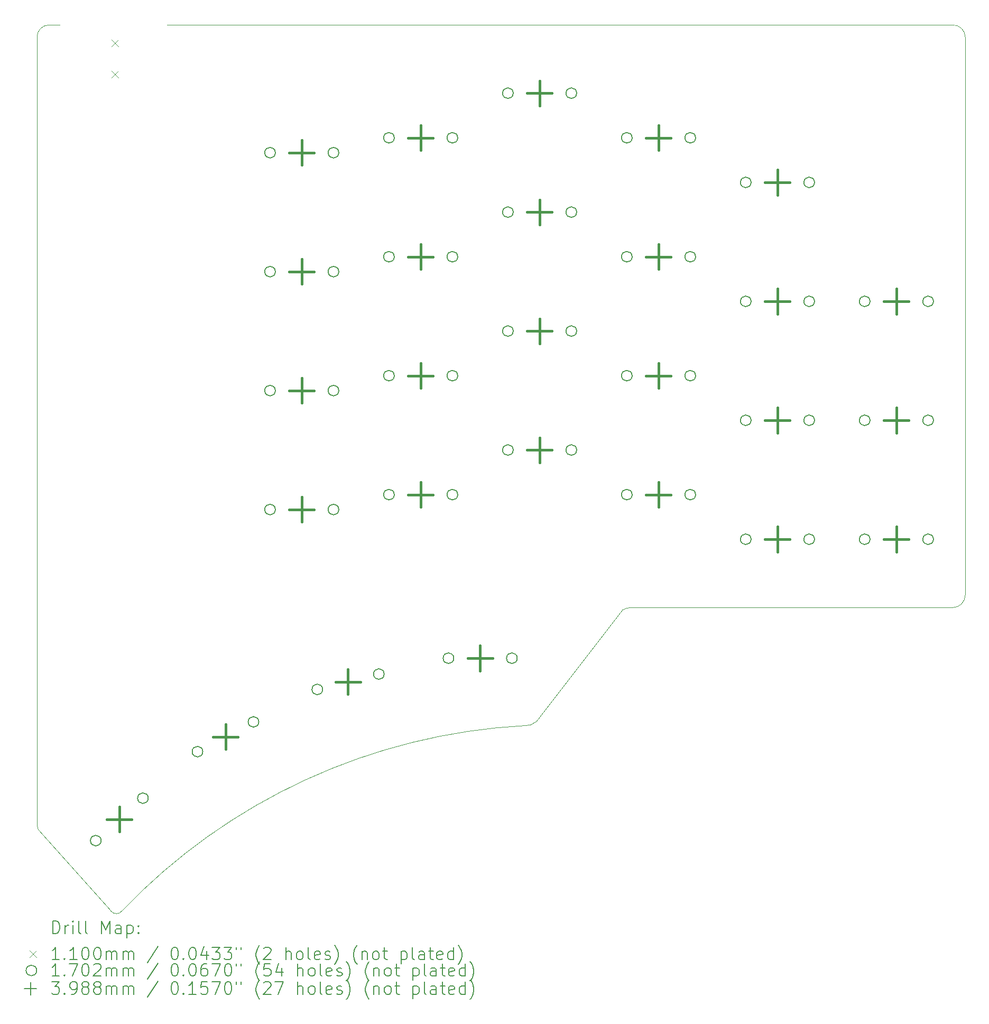
<source format=gbr>
%FSLAX45Y45*%
G04 Gerber Fmt 4.5, Leading zero omitted, Abs format (unit mm)*
G04 Created by KiCad (PCBNEW (6.0.5)) date 2022-10-04 21:40:48*
%MOMM*%
%LPD*%
G01*
G04 APERTURE LIST*
%TA.AperFunction,Profile*%
%ADD10C,0.100000*%
%TD*%
%ADD11C,0.200000*%
%ADD12C,0.110000*%
%ADD13C,0.170180*%
%ADD14C,0.398780*%
G04 APERTURE END LIST*
D10*
X-6146000Y-7200000D02*
G75*
G03*
X-6123000Y-7274000I176352J14238D01*
G01*
X8723000Y-3511000D02*
X8723000Y5418000D01*
X-5780000Y5620000D02*
X-5958000Y5617500D01*
X3372000Y-3714000D02*
G75*
G03*
X3231000Y-3754000I-7830J-240910D01*
G01*
X8523000Y-3713999D02*
G75*
G03*
X8723000Y-3511000I-2210J202200D01*
G01*
X-5958000Y5617500D02*
G75*
G03*
X-6146000Y5417000I6952J-194908D01*
G01*
X8523000Y5617000D02*
X-4060000Y5620000D01*
X-4962000Y-8575000D02*
X-6123000Y-7274000D01*
X3372000Y-3714000D02*
X8523000Y-3714000D01*
X-4962000Y-8575000D02*
G75*
G03*
X-4783000Y-8570000I87582J71176D01*
G01*
X1674000Y-5604000D02*
G75*
G03*
X-4783000Y-8570000I507601J-9616516D01*
G01*
X1847000Y-5543000D02*
X3231000Y-3754000D01*
X-6146000Y5417000D02*
X-6146000Y-7200000D01*
X8723000Y5418000D02*
G75*
G03*
X8523000Y5617000I-197610J1400D01*
G01*
X1674000Y-5603996D02*
G75*
G03*
X1847000Y-5543000I15170J232806D01*
G01*
D11*
D12*
X-4950000Y5385000D02*
X-4840000Y5275000D01*
X-4840000Y5385000D02*
X-4950000Y5275000D01*
X-4950000Y4885000D02*
X-4840000Y4775000D01*
X-4840000Y4885000D02*
X-4950000Y4775000D01*
D13*
X-5119428Y-7445918D02*
G75*
G03*
X-5119428Y-7445918I-85090J0D01*
G01*
X-4364392Y-6766082D02*
G75*
G03*
X-4364392Y-6766082I-85090J0D01*
G01*
X-3490567Y-6021122D02*
G75*
G03*
X-3490567Y-6021122I-85090J0D01*
G01*
X-2593493Y-5544138D02*
G75*
G03*
X-2593493Y-5544138I-85090J0D01*
G01*
X-2327910Y3571880D02*
G75*
G03*
X-2327910Y3571880I-85090J0D01*
G01*
X-2327910Y1666880D02*
G75*
G03*
X-2327910Y1666880I-85090J0D01*
G01*
X-2327910Y-238130D02*
G75*
G03*
X-2327910Y-238130I-85090J0D01*
G01*
X-2327910Y-2143130D02*
G75*
G03*
X-2327910Y-2143130I-85090J0D01*
G01*
X-1570940Y-5024526D02*
G75*
G03*
X-1570940Y-5024526I-85090J0D01*
G01*
X-1311910Y3571880D02*
G75*
G03*
X-1311910Y3571880I-85090J0D01*
G01*
X-1311910Y1666880D02*
G75*
G03*
X-1311910Y1666880I-85090J0D01*
G01*
X-1311910Y-238130D02*
G75*
G03*
X-1311910Y-238130I-85090J0D01*
G01*
X-1311910Y-2143130D02*
G75*
G03*
X-1311910Y-2143130I-85090J0D01*
G01*
X-585120Y-4778734D02*
G75*
G03*
X-585120Y-4778734I-85090J0D01*
G01*
X-422910Y3810000D02*
G75*
G03*
X-422910Y3810000I-85090J0D01*
G01*
X-422910Y1905000D02*
G75*
G03*
X-422910Y1905000I-85090J0D01*
G01*
X-422910Y0D02*
G75*
G03*
X-422910Y0I-85090J0D01*
G01*
X-422910Y-1905000D02*
G75*
G03*
X-422910Y-1905000I-85090J0D01*
G01*
X529590Y-4524380D02*
G75*
G03*
X529590Y-4524380I-85090J0D01*
G01*
X593090Y3810000D02*
G75*
G03*
X593090Y3810000I-85090J0D01*
G01*
X593090Y1905000D02*
G75*
G03*
X593090Y1905000I-85090J0D01*
G01*
X593090Y0D02*
G75*
G03*
X593090Y0I-85090J0D01*
G01*
X593090Y-1905000D02*
G75*
G03*
X593090Y-1905000I-85090J0D01*
G01*
X1482090Y4524380D02*
G75*
G03*
X1482090Y4524380I-85090J0D01*
G01*
X1482090Y2619380D02*
G75*
G03*
X1482090Y2619380I-85090J0D01*
G01*
X1482090Y714380D02*
G75*
G03*
X1482090Y714380I-85090J0D01*
G01*
X1482090Y-1190630D02*
G75*
G03*
X1482090Y-1190630I-85090J0D01*
G01*
X1545590Y-4524380D02*
G75*
G03*
X1545590Y-4524380I-85090J0D01*
G01*
X2498090Y4524380D02*
G75*
G03*
X2498090Y4524380I-85090J0D01*
G01*
X2498090Y2619380D02*
G75*
G03*
X2498090Y2619380I-85090J0D01*
G01*
X2498090Y714380D02*
G75*
G03*
X2498090Y714380I-85090J0D01*
G01*
X2498090Y-1190630D02*
G75*
G03*
X2498090Y-1190630I-85090J0D01*
G01*
X3387090Y3810000D02*
G75*
G03*
X3387090Y3810000I-85090J0D01*
G01*
X3387090Y1905000D02*
G75*
G03*
X3387090Y1905000I-85090J0D01*
G01*
X3387090Y0D02*
G75*
G03*
X3387090Y0I-85090J0D01*
G01*
X3387090Y-1905000D02*
G75*
G03*
X3387090Y-1905000I-85090J0D01*
G01*
X4403090Y3810000D02*
G75*
G03*
X4403090Y3810000I-85090J0D01*
G01*
X4403090Y1905000D02*
G75*
G03*
X4403090Y1905000I-85090J0D01*
G01*
X4403090Y0D02*
G75*
G03*
X4403090Y0I-85090J0D01*
G01*
X4403090Y-1905000D02*
G75*
G03*
X4403090Y-1905000I-85090J0D01*
G01*
X5292090Y3095630D02*
G75*
G03*
X5292090Y3095630I-85090J0D01*
G01*
X5292090Y1190630D02*
G75*
G03*
X5292090Y1190630I-85090J0D01*
G01*
X5292090Y-714380D02*
G75*
G03*
X5292090Y-714380I-85090J0D01*
G01*
X5292090Y-2619380D02*
G75*
G03*
X5292090Y-2619380I-85090J0D01*
G01*
X6308090Y3095630D02*
G75*
G03*
X6308090Y3095630I-85090J0D01*
G01*
X6308090Y1190630D02*
G75*
G03*
X6308090Y1190630I-85090J0D01*
G01*
X6308090Y-714380D02*
G75*
G03*
X6308090Y-714380I-85090J0D01*
G01*
X6308090Y-2619380D02*
G75*
G03*
X6308090Y-2619380I-85090J0D01*
G01*
X7197090Y1190630D02*
G75*
G03*
X7197090Y1190630I-85090J0D01*
G01*
X7197090Y-714380D02*
G75*
G03*
X7197090Y-714380I-85090J0D01*
G01*
X7197090Y-2619380D02*
G75*
G03*
X7197090Y-2619380I-85090J0D01*
G01*
X8213090Y1190630D02*
G75*
G03*
X8213090Y1190630I-85090J0D01*
G01*
X8213090Y-714380D02*
G75*
G03*
X8213090Y-714380I-85090J0D01*
G01*
X8213090Y-2619380D02*
G75*
G03*
X8213090Y-2619380I-85090J0D01*
G01*
D14*
X-4827000Y-6906610D02*
X-4827000Y-7305390D01*
X-5026390Y-7106000D02*
X-4627610Y-7106000D01*
X-3127120Y-5583240D02*
X-3127120Y-5982020D01*
X-3326510Y-5782630D02*
X-2927730Y-5782630D01*
X-1905000Y3771270D02*
X-1905000Y3372490D01*
X-2104390Y3571880D02*
X-1705610Y3571880D01*
X-1905000Y1866270D02*
X-1905000Y1467490D01*
X-2104390Y1666880D02*
X-1705610Y1666880D01*
X-1905000Y-38740D02*
X-1905000Y-437520D01*
X-2104390Y-238130D02*
X-1705610Y-238130D01*
X-1905000Y-1943740D02*
X-1905000Y-2342520D01*
X-2104390Y-2143130D02*
X-1705610Y-2143130D01*
X-1163120Y-4702240D02*
X-1163120Y-5101020D01*
X-1362510Y-4901630D02*
X-963730Y-4901630D01*
X0Y4009390D02*
X0Y3610610D01*
X-199390Y3810000D02*
X199390Y3810000D01*
X0Y2104390D02*
X0Y1705610D01*
X-199390Y1905000D02*
X199390Y1905000D01*
X0Y199390D02*
X0Y-199390D01*
X-199390Y0D02*
X199390Y0D01*
X0Y-1705610D02*
X0Y-2104390D01*
X-199390Y-1905000D02*
X199390Y-1905000D01*
X952500Y-4324990D02*
X952500Y-4723770D01*
X753110Y-4524380D02*
X1151890Y-4524380D01*
X1905000Y4723770D02*
X1905000Y4324990D01*
X1705610Y4524380D02*
X2104390Y4524380D01*
X1905000Y2818770D02*
X1905000Y2419990D01*
X1705610Y2619380D02*
X2104390Y2619380D01*
X1905000Y913770D02*
X1905000Y514990D01*
X1705610Y714380D02*
X2104390Y714380D01*
X1905000Y-991240D02*
X1905000Y-1390020D01*
X1705610Y-1190630D02*
X2104390Y-1190630D01*
X3810000Y4009390D02*
X3810000Y3610610D01*
X3610610Y3810000D02*
X4009390Y3810000D01*
X3810000Y2104390D02*
X3810000Y1705610D01*
X3610610Y1905000D02*
X4009390Y1905000D01*
X3810000Y199390D02*
X3810000Y-199390D01*
X3610610Y0D02*
X4009390Y0D01*
X3810000Y-1705610D02*
X3810000Y-2104390D01*
X3610610Y-1905000D02*
X4009390Y-1905000D01*
X5715000Y3295020D02*
X5715000Y2896240D01*
X5515610Y3095630D02*
X5914390Y3095630D01*
X5715000Y1390020D02*
X5715000Y991240D01*
X5515610Y1190630D02*
X5914390Y1190630D01*
X5715000Y-514990D02*
X5715000Y-913770D01*
X5515610Y-714380D02*
X5914390Y-714380D01*
X5715000Y-2419990D02*
X5715000Y-2818770D01*
X5515610Y-2619380D02*
X5914390Y-2619380D01*
X7620000Y1390020D02*
X7620000Y991240D01*
X7420610Y1190630D02*
X7819390Y1190630D01*
X7620000Y-514990D02*
X7620000Y-913770D01*
X7420610Y-714380D02*
X7819390Y-714380D01*
X7620000Y-2419990D02*
X7620000Y-2818770D01*
X7420610Y-2619380D02*
X7819390Y-2619380D01*
D11*
X-5893461Y-8932157D02*
X-5893461Y-8732157D01*
X-5845842Y-8732157D01*
X-5817271Y-8741681D01*
X-5798223Y-8760728D01*
X-5788699Y-8779776D01*
X-5779175Y-8817871D01*
X-5779175Y-8846442D01*
X-5788699Y-8884538D01*
X-5798223Y-8903585D01*
X-5817271Y-8922633D01*
X-5845842Y-8932157D01*
X-5893461Y-8932157D01*
X-5693461Y-8932157D02*
X-5693461Y-8798823D01*
X-5693461Y-8836919D02*
X-5683937Y-8817871D01*
X-5674413Y-8808347D01*
X-5655366Y-8798823D01*
X-5636318Y-8798823D01*
X-5569652Y-8932157D02*
X-5569652Y-8798823D01*
X-5569652Y-8732157D02*
X-5579175Y-8741681D01*
X-5569652Y-8751204D01*
X-5560128Y-8741681D01*
X-5569652Y-8732157D01*
X-5569652Y-8751204D01*
X-5445842Y-8932157D02*
X-5464890Y-8922633D01*
X-5474414Y-8903585D01*
X-5474414Y-8732157D01*
X-5341080Y-8932157D02*
X-5360128Y-8922633D01*
X-5369652Y-8903585D01*
X-5369652Y-8732157D01*
X-5112509Y-8932157D02*
X-5112509Y-8732157D01*
X-5045842Y-8875014D01*
X-4979175Y-8732157D01*
X-4979175Y-8932157D01*
X-4798223Y-8932157D02*
X-4798223Y-8827395D01*
X-4807747Y-8808347D01*
X-4826794Y-8798823D01*
X-4864890Y-8798823D01*
X-4883937Y-8808347D01*
X-4798223Y-8922633D02*
X-4817271Y-8932157D01*
X-4864890Y-8932157D01*
X-4883937Y-8922633D01*
X-4893461Y-8903585D01*
X-4893461Y-8884538D01*
X-4883937Y-8865490D01*
X-4864890Y-8855966D01*
X-4817271Y-8855966D01*
X-4798223Y-8846442D01*
X-4702985Y-8798823D02*
X-4702985Y-8998823D01*
X-4702985Y-8808347D02*
X-4683937Y-8798823D01*
X-4645842Y-8798823D01*
X-4626794Y-8808347D01*
X-4617271Y-8817871D01*
X-4607747Y-8836919D01*
X-4607747Y-8894061D01*
X-4617271Y-8913109D01*
X-4626794Y-8922633D01*
X-4645842Y-8932157D01*
X-4683937Y-8932157D01*
X-4702985Y-8922633D01*
X-4522033Y-8913109D02*
X-4512509Y-8922633D01*
X-4522033Y-8932157D01*
X-4531556Y-8922633D01*
X-4522033Y-8913109D01*
X-4522033Y-8932157D01*
X-4522033Y-8808347D02*
X-4512509Y-8817871D01*
X-4522033Y-8827395D01*
X-4531556Y-8817871D01*
X-4522033Y-8808347D01*
X-4522033Y-8827395D01*
D12*
X-6261080Y-9206681D02*
X-6151080Y-9316681D01*
X-6151080Y-9206681D02*
X-6261080Y-9316681D01*
D11*
X-5788699Y-9352157D02*
X-5902985Y-9352157D01*
X-5845842Y-9352157D02*
X-5845842Y-9152157D01*
X-5864890Y-9180728D01*
X-5883937Y-9199776D01*
X-5902985Y-9209300D01*
X-5702985Y-9333109D02*
X-5693461Y-9342633D01*
X-5702985Y-9352157D01*
X-5712509Y-9342633D01*
X-5702985Y-9333109D01*
X-5702985Y-9352157D01*
X-5502985Y-9352157D02*
X-5617271Y-9352157D01*
X-5560128Y-9352157D02*
X-5560128Y-9152157D01*
X-5579175Y-9180728D01*
X-5598223Y-9199776D01*
X-5617271Y-9209300D01*
X-5379175Y-9152157D02*
X-5360128Y-9152157D01*
X-5341080Y-9161681D01*
X-5331556Y-9171204D01*
X-5322033Y-9190252D01*
X-5312509Y-9228347D01*
X-5312509Y-9275966D01*
X-5322033Y-9314061D01*
X-5331556Y-9333109D01*
X-5341080Y-9342633D01*
X-5360128Y-9352157D01*
X-5379175Y-9352157D01*
X-5398223Y-9342633D01*
X-5407747Y-9333109D01*
X-5417271Y-9314061D01*
X-5426794Y-9275966D01*
X-5426794Y-9228347D01*
X-5417271Y-9190252D01*
X-5407747Y-9171204D01*
X-5398223Y-9161681D01*
X-5379175Y-9152157D01*
X-5188699Y-9152157D02*
X-5169652Y-9152157D01*
X-5150604Y-9161681D01*
X-5141080Y-9171204D01*
X-5131556Y-9190252D01*
X-5122033Y-9228347D01*
X-5122033Y-9275966D01*
X-5131556Y-9314061D01*
X-5141080Y-9333109D01*
X-5150604Y-9342633D01*
X-5169652Y-9352157D01*
X-5188699Y-9352157D01*
X-5207747Y-9342633D01*
X-5217271Y-9333109D01*
X-5226794Y-9314061D01*
X-5236318Y-9275966D01*
X-5236318Y-9228347D01*
X-5226794Y-9190252D01*
X-5217271Y-9171204D01*
X-5207747Y-9161681D01*
X-5188699Y-9152157D01*
X-5036318Y-9352157D02*
X-5036318Y-9218823D01*
X-5036318Y-9237871D02*
X-5026794Y-9228347D01*
X-5007747Y-9218823D01*
X-4979175Y-9218823D01*
X-4960128Y-9228347D01*
X-4950604Y-9247395D01*
X-4950604Y-9352157D01*
X-4950604Y-9247395D02*
X-4941080Y-9228347D01*
X-4922033Y-9218823D01*
X-4893461Y-9218823D01*
X-4874414Y-9228347D01*
X-4864890Y-9247395D01*
X-4864890Y-9352157D01*
X-4769652Y-9352157D02*
X-4769652Y-9218823D01*
X-4769652Y-9237871D02*
X-4760128Y-9228347D01*
X-4741080Y-9218823D01*
X-4712509Y-9218823D01*
X-4693461Y-9228347D01*
X-4683937Y-9247395D01*
X-4683937Y-9352157D01*
X-4683937Y-9247395D02*
X-4674414Y-9228347D01*
X-4655366Y-9218823D01*
X-4626794Y-9218823D01*
X-4607747Y-9228347D01*
X-4598223Y-9247395D01*
X-4598223Y-9352157D01*
X-4207747Y-9142633D02*
X-4379175Y-9399776D01*
X-3950604Y-9152157D02*
X-3931556Y-9152157D01*
X-3912509Y-9161681D01*
X-3902985Y-9171204D01*
X-3893461Y-9190252D01*
X-3883937Y-9228347D01*
X-3883937Y-9275966D01*
X-3893461Y-9314061D01*
X-3902985Y-9333109D01*
X-3912509Y-9342633D01*
X-3931556Y-9352157D01*
X-3950604Y-9352157D01*
X-3969652Y-9342633D01*
X-3979175Y-9333109D01*
X-3988699Y-9314061D01*
X-3998223Y-9275966D01*
X-3998223Y-9228347D01*
X-3988699Y-9190252D01*
X-3979175Y-9171204D01*
X-3969652Y-9161681D01*
X-3950604Y-9152157D01*
X-3798223Y-9333109D02*
X-3788699Y-9342633D01*
X-3798223Y-9352157D01*
X-3807747Y-9342633D01*
X-3798223Y-9333109D01*
X-3798223Y-9352157D01*
X-3664890Y-9152157D02*
X-3645842Y-9152157D01*
X-3626794Y-9161681D01*
X-3617271Y-9171204D01*
X-3607747Y-9190252D01*
X-3598223Y-9228347D01*
X-3598223Y-9275966D01*
X-3607747Y-9314061D01*
X-3617271Y-9333109D01*
X-3626794Y-9342633D01*
X-3645842Y-9352157D01*
X-3664890Y-9352157D01*
X-3683937Y-9342633D01*
X-3693461Y-9333109D01*
X-3702985Y-9314061D01*
X-3712509Y-9275966D01*
X-3712509Y-9228347D01*
X-3702985Y-9190252D01*
X-3693461Y-9171204D01*
X-3683937Y-9161681D01*
X-3664890Y-9152157D01*
X-3426794Y-9218823D02*
X-3426794Y-9352157D01*
X-3474413Y-9142633D02*
X-3522032Y-9285490D01*
X-3398223Y-9285490D01*
X-3341080Y-9152157D02*
X-3217271Y-9152157D01*
X-3283937Y-9228347D01*
X-3255366Y-9228347D01*
X-3236318Y-9237871D01*
X-3226794Y-9247395D01*
X-3217271Y-9266442D01*
X-3217271Y-9314061D01*
X-3226794Y-9333109D01*
X-3236318Y-9342633D01*
X-3255366Y-9352157D01*
X-3312509Y-9352157D01*
X-3331556Y-9342633D01*
X-3341080Y-9333109D01*
X-3150604Y-9152157D02*
X-3026794Y-9152157D01*
X-3093461Y-9228347D01*
X-3064890Y-9228347D01*
X-3045842Y-9237871D01*
X-3036318Y-9247395D01*
X-3026794Y-9266442D01*
X-3026794Y-9314061D01*
X-3036318Y-9333109D01*
X-3045842Y-9342633D01*
X-3064890Y-9352157D01*
X-3122032Y-9352157D01*
X-3141080Y-9342633D01*
X-3150604Y-9333109D01*
X-2950604Y-9152157D02*
X-2950604Y-9190252D01*
X-2874413Y-9152157D02*
X-2874413Y-9190252D01*
X-2579175Y-9428347D02*
X-2588699Y-9418823D01*
X-2607747Y-9390252D01*
X-2617271Y-9371204D01*
X-2626794Y-9342633D01*
X-2636318Y-9295014D01*
X-2636318Y-9256919D01*
X-2626794Y-9209300D01*
X-2617271Y-9180728D01*
X-2607747Y-9161681D01*
X-2588699Y-9133109D01*
X-2579175Y-9123585D01*
X-2512509Y-9171204D02*
X-2502985Y-9161681D01*
X-2483937Y-9152157D01*
X-2436318Y-9152157D01*
X-2417271Y-9161681D01*
X-2407747Y-9171204D01*
X-2398223Y-9190252D01*
X-2398223Y-9209300D01*
X-2407747Y-9237871D01*
X-2522033Y-9352157D01*
X-2398223Y-9352157D01*
X-2160128Y-9352157D02*
X-2160128Y-9152157D01*
X-2074413Y-9352157D02*
X-2074413Y-9247395D01*
X-2083937Y-9228347D01*
X-2102985Y-9218823D01*
X-2131556Y-9218823D01*
X-2150604Y-9228347D01*
X-2160128Y-9237871D01*
X-1950604Y-9352157D02*
X-1969652Y-9342633D01*
X-1979175Y-9333109D01*
X-1988699Y-9314061D01*
X-1988699Y-9256919D01*
X-1979175Y-9237871D01*
X-1969652Y-9228347D01*
X-1950604Y-9218823D01*
X-1922032Y-9218823D01*
X-1902985Y-9228347D01*
X-1893461Y-9237871D01*
X-1883937Y-9256919D01*
X-1883937Y-9314061D01*
X-1893461Y-9333109D01*
X-1902985Y-9342633D01*
X-1922032Y-9352157D01*
X-1950604Y-9352157D01*
X-1769652Y-9352157D02*
X-1788699Y-9342633D01*
X-1798223Y-9323585D01*
X-1798223Y-9152157D01*
X-1617271Y-9342633D02*
X-1636318Y-9352157D01*
X-1674413Y-9352157D01*
X-1693461Y-9342633D01*
X-1702985Y-9323585D01*
X-1702985Y-9247395D01*
X-1693461Y-9228347D01*
X-1674413Y-9218823D01*
X-1636318Y-9218823D01*
X-1617271Y-9228347D01*
X-1607747Y-9247395D01*
X-1607747Y-9266442D01*
X-1702985Y-9285490D01*
X-1531556Y-9342633D02*
X-1512509Y-9352157D01*
X-1474413Y-9352157D01*
X-1455366Y-9342633D01*
X-1445842Y-9323585D01*
X-1445842Y-9314061D01*
X-1455366Y-9295014D01*
X-1474413Y-9285490D01*
X-1502985Y-9285490D01*
X-1522032Y-9275966D01*
X-1531556Y-9256919D01*
X-1531556Y-9247395D01*
X-1522032Y-9228347D01*
X-1502985Y-9218823D01*
X-1474413Y-9218823D01*
X-1455366Y-9228347D01*
X-1379175Y-9428347D02*
X-1369652Y-9418823D01*
X-1350604Y-9390252D01*
X-1341080Y-9371204D01*
X-1331556Y-9342633D01*
X-1322033Y-9295014D01*
X-1322033Y-9256919D01*
X-1331556Y-9209300D01*
X-1341080Y-9180728D01*
X-1350604Y-9161681D01*
X-1369652Y-9133109D01*
X-1379175Y-9123585D01*
X-1017271Y-9428347D02*
X-1026794Y-9418823D01*
X-1045842Y-9390252D01*
X-1055366Y-9371204D01*
X-1064890Y-9342633D01*
X-1074414Y-9295014D01*
X-1074414Y-9256919D01*
X-1064890Y-9209300D01*
X-1055366Y-9180728D01*
X-1045842Y-9161681D01*
X-1026794Y-9133109D01*
X-1017271Y-9123585D01*
X-941080Y-9218823D02*
X-941080Y-9352157D01*
X-941080Y-9237871D02*
X-931556Y-9228347D01*
X-912509Y-9218823D01*
X-883937Y-9218823D01*
X-864890Y-9228347D01*
X-855366Y-9247395D01*
X-855366Y-9352157D01*
X-731556Y-9352157D02*
X-750604Y-9342633D01*
X-760128Y-9333109D01*
X-769652Y-9314061D01*
X-769652Y-9256919D01*
X-760128Y-9237871D01*
X-750604Y-9228347D01*
X-731556Y-9218823D01*
X-702985Y-9218823D01*
X-683937Y-9228347D01*
X-674414Y-9237871D01*
X-664890Y-9256919D01*
X-664890Y-9314061D01*
X-674414Y-9333109D01*
X-683937Y-9342633D01*
X-702985Y-9352157D01*
X-731556Y-9352157D01*
X-607747Y-9218823D02*
X-531556Y-9218823D01*
X-579175Y-9152157D02*
X-579175Y-9323585D01*
X-569652Y-9342633D01*
X-550604Y-9352157D01*
X-531556Y-9352157D01*
X-312509Y-9218823D02*
X-312509Y-9418823D01*
X-312509Y-9228347D02*
X-293461Y-9218823D01*
X-255366Y-9218823D01*
X-236318Y-9228347D01*
X-226794Y-9237871D01*
X-217271Y-9256919D01*
X-217271Y-9314061D01*
X-226794Y-9333109D01*
X-236318Y-9342633D01*
X-255366Y-9352157D01*
X-293461Y-9352157D01*
X-312509Y-9342633D01*
X-102985Y-9352157D02*
X-122032Y-9342633D01*
X-131556Y-9323585D01*
X-131556Y-9152157D01*
X58920Y-9352157D02*
X58920Y-9247395D01*
X49396Y-9228347D01*
X30348Y-9218823D01*
X-7747Y-9218823D01*
X-26794Y-9228347D01*
X58920Y-9342633D02*
X39872Y-9352157D01*
X-7747Y-9352157D01*
X-26794Y-9342633D01*
X-36318Y-9323585D01*
X-36318Y-9304538D01*
X-26794Y-9285490D01*
X-7747Y-9275966D01*
X39872Y-9275966D01*
X58920Y-9266442D01*
X125586Y-9218823D02*
X201777Y-9218823D01*
X154158Y-9152157D02*
X154158Y-9323585D01*
X163682Y-9342633D01*
X182729Y-9352157D01*
X201777Y-9352157D01*
X344634Y-9342633D02*
X325586Y-9352157D01*
X287491Y-9352157D01*
X268444Y-9342633D01*
X258920Y-9323585D01*
X258920Y-9247395D01*
X268444Y-9228347D01*
X287491Y-9218823D01*
X325586Y-9218823D01*
X344634Y-9228347D01*
X354158Y-9247395D01*
X354158Y-9266442D01*
X258920Y-9285490D01*
X525586Y-9352157D02*
X525586Y-9152157D01*
X525586Y-9342633D02*
X506539Y-9352157D01*
X468444Y-9352157D01*
X449396Y-9342633D01*
X439872Y-9333109D01*
X430348Y-9314061D01*
X430348Y-9256919D01*
X439872Y-9237871D01*
X449396Y-9228347D01*
X468444Y-9218823D01*
X506539Y-9218823D01*
X525586Y-9228347D01*
X601777Y-9428347D02*
X611301Y-9418823D01*
X630348Y-9390252D01*
X639872Y-9371204D01*
X649396Y-9342633D01*
X658920Y-9295014D01*
X658920Y-9256919D01*
X649396Y-9209300D01*
X639872Y-9180728D01*
X630348Y-9161681D01*
X611301Y-9133109D01*
X601777Y-9123585D01*
D13*
X-6151080Y-9525681D02*
G75*
G03*
X-6151080Y-9525681I-85090J0D01*
G01*
D11*
X-5788699Y-9616157D02*
X-5902985Y-9616157D01*
X-5845842Y-9616157D02*
X-5845842Y-9416157D01*
X-5864890Y-9444728D01*
X-5883937Y-9463776D01*
X-5902985Y-9473300D01*
X-5702985Y-9597109D02*
X-5693461Y-9606633D01*
X-5702985Y-9616157D01*
X-5712509Y-9606633D01*
X-5702985Y-9597109D01*
X-5702985Y-9616157D01*
X-5626794Y-9416157D02*
X-5493461Y-9416157D01*
X-5579175Y-9616157D01*
X-5379175Y-9416157D02*
X-5360128Y-9416157D01*
X-5341080Y-9425681D01*
X-5331556Y-9435204D01*
X-5322033Y-9454252D01*
X-5312509Y-9492347D01*
X-5312509Y-9539966D01*
X-5322033Y-9578061D01*
X-5331556Y-9597109D01*
X-5341080Y-9606633D01*
X-5360128Y-9616157D01*
X-5379175Y-9616157D01*
X-5398223Y-9606633D01*
X-5407747Y-9597109D01*
X-5417271Y-9578061D01*
X-5426794Y-9539966D01*
X-5426794Y-9492347D01*
X-5417271Y-9454252D01*
X-5407747Y-9435204D01*
X-5398223Y-9425681D01*
X-5379175Y-9416157D01*
X-5236318Y-9435204D02*
X-5226794Y-9425681D01*
X-5207747Y-9416157D01*
X-5160128Y-9416157D01*
X-5141080Y-9425681D01*
X-5131556Y-9435204D01*
X-5122033Y-9454252D01*
X-5122033Y-9473300D01*
X-5131556Y-9501871D01*
X-5245842Y-9616157D01*
X-5122033Y-9616157D01*
X-5036318Y-9616157D02*
X-5036318Y-9482823D01*
X-5036318Y-9501871D02*
X-5026794Y-9492347D01*
X-5007747Y-9482823D01*
X-4979175Y-9482823D01*
X-4960128Y-9492347D01*
X-4950604Y-9511395D01*
X-4950604Y-9616157D01*
X-4950604Y-9511395D02*
X-4941080Y-9492347D01*
X-4922033Y-9482823D01*
X-4893461Y-9482823D01*
X-4874414Y-9492347D01*
X-4864890Y-9511395D01*
X-4864890Y-9616157D01*
X-4769652Y-9616157D02*
X-4769652Y-9482823D01*
X-4769652Y-9501871D02*
X-4760128Y-9492347D01*
X-4741080Y-9482823D01*
X-4712509Y-9482823D01*
X-4693461Y-9492347D01*
X-4683937Y-9511395D01*
X-4683937Y-9616157D01*
X-4683937Y-9511395D02*
X-4674414Y-9492347D01*
X-4655366Y-9482823D01*
X-4626794Y-9482823D01*
X-4607747Y-9492347D01*
X-4598223Y-9511395D01*
X-4598223Y-9616157D01*
X-4207747Y-9406633D02*
X-4379175Y-9663776D01*
X-3950604Y-9416157D02*
X-3931556Y-9416157D01*
X-3912509Y-9425681D01*
X-3902985Y-9435204D01*
X-3893461Y-9454252D01*
X-3883937Y-9492347D01*
X-3883937Y-9539966D01*
X-3893461Y-9578061D01*
X-3902985Y-9597109D01*
X-3912509Y-9606633D01*
X-3931556Y-9616157D01*
X-3950604Y-9616157D01*
X-3969652Y-9606633D01*
X-3979175Y-9597109D01*
X-3988699Y-9578061D01*
X-3998223Y-9539966D01*
X-3998223Y-9492347D01*
X-3988699Y-9454252D01*
X-3979175Y-9435204D01*
X-3969652Y-9425681D01*
X-3950604Y-9416157D01*
X-3798223Y-9597109D02*
X-3788699Y-9606633D01*
X-3798223Y-9616157D01*
X-3807747Y-9606633D01*
X-3798223Y-9597109D01*
X-3798223Y-9616157D01*
X-3664890Y-9416157D02*
X-3645842Y-9416157D01*
X-3626794Y-9425681D01*
X-3617271Y-9435204D01*
X-3607747Y-9454252D01*
X-3598223Y-9492347D01*
X-3598223Y-9539966D01*
X-3607747Y-9578061D01*
X-3617271Y-9597109D01*
X-3626794Y-9606633D01*
X-3645842Y-9616157D01*
X-3664890Y-9616157D01*
X-3683937Y-9606633D01*
X-3693461Y-9597109D01*
X-3702985Y-9578061D01*
X-3712509Y-9539966D01*
X-3712509Y-9492347D01*
X-3702985Y-9454252D01*
X-3693461Y-9435204D01*
X-3683937Y-9425681D01*
X-3664890Y-9416157D01*
X-3426794Y-9416157D02*
X-3464890Y-9416157D01*
X-3483937Y-9425681D01*
X-3493461Y-9435204D01*
X-3512509Y-9463776D01*
X-3522032Y-9501871D01*
X-3522032Y-9578061D01*
X-3512509Y-9597109D01*
X-3502985Y-9606633D01*
X-3483937Y-9616157D01*
X-3445842Y-9616157D01*
X-3426794Y-9606633D01*
X-3417271Y-9597109D01*
X-3407747Y-9578061D01*
X-3407747Y-9530442D01*
X-3417271Y-9511395D01*
X-3426794Y-9501871D01*
X-3445842Y-9492347D01*
X-3483937Y-9492347D01*
X-3502985Y-9501871D01*
X-3512509Y-9511395D01*
X-3522032Y-9530442D01*
X-3341080Y-9416157D02*
X-3207747Y-9416157D01*
X-3293461Y-9616157D01*
X-3093461Y-9416157D02*
X-3074413Y-9416157D01*
X-3055366Y-9425681D01*
X-3045842Y-9435204D01*
X-3036318Y-9454252D01*
X-3026794Y-9492347D01*
X-3026794Y-9539966D01*
X-3036318Y-9578061D01*
X-3045842Y-9597109D01*
X-3055366Y-9606633D01*
X-3074413Y-9616157D01*
X-3093461Y-9616157D01*
X-3112509Y-9606633D01*
X-3122032Y-9597109D01*
X-3131556Y-9578061D01*
X-3141080Y-9539966D01*
X-3141080Y-9492347D01*
X-3131556Y-9454252D01*
X-3122032Y-9435204D01*
X-3112509Y-9425681D01*
X-3093461Y-9416157D01*
X-2950604Y-9416157D02*
X-2950604Y-9454252D01*
X-2874413Y-9416157D02*
X-2874413Y-9454252D01*
X-2579175Y-9692347D02*
X-2588699Y-9682823D01*
X-2607747Y-9654252D01*
X-2617271Y-9635204D01*
X-2626794Y-9606633D01*
X-2636318Y-9559014D01*
X-2636318Y-9520919D01*
X-2626794Y-9473300D01*
X-2617271Y-9444728D01*
X-2607747Y-9425681D01*
X-2588699Y-9397109D01*
X-2579175Y-9387585D01*
X-2407747Y-9416157D02*
X-2502985Y-9416157D01*
X-2512509Y-9511395D01*
X-2502985Y-9501871D01*
X-2483937Y-9492347D01*
X-2436318Y-9492347D01*
X-2417271Y-9501871D01*
X-2407747Y-9511395D01*
X-2398223Y-9530442D01*
X-2398223Y-9578061D01*
X-2407747Y-9597109D01*
X-2417271Y-9606633D01*
X-2436318Y-9616157D01*
X-2483937Y-9616157D01*
X-2502985Y-9606633D01*
X-2512509Y-9597109D01*
X-2226794Y-9482823D02*
X-2226794Y-9616157D01*
X-2274414Y-9406633D02*
X-2322033Y-9549490D01*
X-2198223Y-9549490D01*
X-1969652Y-9616157D02*
X-1969652Y-9416157D01*
X-1883937Y-9616157D02*
X-1883937Y-9511395D01*
X-1893461Y-9492347D01*
X-1912509Y-9482823D01*
X-1941080Y-9482823D01*
X-1960128Y-9492347D01*
X-1969652Y-9501871D01*
X-1760128Y-9616157D02*
X-1779175Y-9606633D01*
X-1788699Y-9597109D01*
X-1798223Y-9578061D01*
X-1798223Y-9520919D01*
X-1788699Y-9501871D01*
X-1779175Y-9492347D01*
X-1760128Y-9482823D01*
X-1731556Y-9482823D01*
X-1712509Y-9492347D01*
X-1702985Y-9501871D01*
X-1693461Y-9520919D01*
X-1693461Y-9578061D01*
X-1702985Y-9597109D01*
X-1712509Y-9606633D01*
X-1731556Y-9616157D01*
X-1760128Y-9616157D01*
X-1579175Y-9616157D02*
X-1598223Y-9606633D01*
X-1607747Y-9587585D01*
X-1607747Y-9416157D01*
X-1426794Y-9606633D02*
X-1445842Y-9616157D01*
X-1483937Y-9616157D01*
X-1502985Y-9606633D01*
X-1512509Y-9587585D01*
X-1512509Y-9511395D01*
X-1502985Y-9492347D01*
X-1483937Y-9482823D01*
X-1445842Y-9482823D01*
X-1426794Y-9492347D01*
X-1417271Y-9511395D01*
X-1417271Y-9530442D01*
X-1512509Y-9549490D01*
X-1341080Y-9606633D02*
X-1322033Y-9616157D01*
X-1283937Y-9616157D01*
X-1264890Y-9606633D01*
X-1255366Y-9587585D01*
X-1255366Y-9578061D01*
X-1264890Y-9559014D01*
X-1283937Y-9549490D01*
X-1312509Y-9549490D01*
X-1331556Y-9539966D01*
X-1341080Y-9520919D01*
X-1341080Y-9511395D01*
X-1331556Y-9492347D01*
X-1312509Y-9482823D01*
X-1283937Y-9482823D01*
X-1264890Y-9492347D01*
X-1188699Y-9692347D02*
X-1179175Y-9682823D01*
X-1160128Y-9654252D01*
X-1150604Y-9635204D01*
X-1141080Y-9606633D01*
X-1131556Y-9559014D01*
X-1131556Y-9520919D01*
X-1141080Y-9473300D01*
X-1150604Y-9444728D01*
X-1160128Y-9425681D01*
X-1179175Y-9397109D01*
X-1188699Y-9387585D01*
X-826794Y-9692347D02*
X-836318Y-9682823D01*
X-855366Y-9654252D01*
X-864890Y-9635204D01*
X-874413Y-9606633D01*
X-883937Y-9559014D01*
X-883937Y-9520919D01*
X-874413Y-9473300D01*
X-864890Y-9444728D01*
X-855366Y-9425681D01*
X-836318Y-9397109D01*
X-826794Y-9387585D01*
X-750604Y-9482823D02*
X-750604Y-9616157D01*
X-750604Y-9501871D02*
X-741080Y-9492347D01*
X-722032Y-9482823D01*
X-693461Y-9482823D01*
X-674414Y-9492347D01*
X-664890Y-9511395D01*
X-664890Y-9616157D01*
X-541080Y-9616157D02*
X-560128Y-9606633D01*
X-569652Y-9597109D01*
X-579175Y-9578061D01*
X-579175Y-9520919D01*
X-569652Y-9501871D01*
X-560128Y-9492347D01*
X-541080Y-9482823D01*
X-512509Y-9482823D01*
X-493461Y-9492347D01*
X-483937Y-9501871D01*
X-474413Y-9520919D01*
X-474413Y-9578061D01*
X-483937Y-9597109D01*
X-493461Y-9606633D01*
X-512509Y-9616157D01*
X-541080Y-9616157D01*
X-417271Y-9482823D02*
X-341080Y-9482823D01*
X-388699Y-9416157D02*
X-388699Y-9587585D01*
X-379175Y-9606633D01*
X-360128Y-9616157D01*
X-341080Y-9616157D01*
X-122032Y-9482823D02*
X-122032Y-9682823D01*
X-122032Y-9492347D02*
X-102985Y-9482823D01*
X-64890Y-9482823D01*
X-45842Y-9492347D01*
X-36318Y-9501871D01*
X-26794Y-9520919D01*
X-26794Y-9578061D01*
X-36318Y-9597109D01*
X-45842Y-9606633D01*
X-64890Y-9616157D01*
X-102985Y-9616157D01*
X-122032Y-9606633D01*
X87491Y-9616157D02*
X68444Y-9606633D01*
X58920Y-9587585D01*
X58920Y-9416157D01*
X249396Y-9616157D02*
X249396Y-9511395D01*
X239872Y-9492347D01*
X220824Y-9482823D01*
X182729Y-9482823D01*
X163682Y-9492347D01*
X249396Y-9606633D02*
X230348Y-9616157D01*
X182729Y-9616157D01*
X163682Y-9606633D01*
X154158Y-9587585D01*
X154158Y-9568538D01*
X163682Y-9549490D01*
X182729Y-9539966D01*
X230348Y-9539966D01*
X249396Y-9530442D01*
X316063Y-9482823D02*
X392253Y-9482823D01*
X344634Y-9416157D02*
X344634Y-9587585D01*
X354158Y-9606633D01*
X373205Y-9616157D01*
X392253Y-9616157D01*
X535110Y-9606633D02*
X516063Y-9616157D01*
X477967Y-9616157D01*
X458920Y-9606633D01*
X449396Y-9587585D01*
X449396Y-9511395D01*
X458920Y-9492347D01*
X477967Y-9482823D01*
X516063Y-9482823D01*
X535110Y-9492347D01*
X544634Y-9511395D01*
X544634Y-9530442D01*
X449396Y-9549490D01*
X716063Y-9616157D02*
X716063Y-9416157D01*
X716063Y-9606633D02*
X697015Y-9616157D01*
X658920Y-9616157D01*
X639872Y-9606633D01*
X630348Y-9597109D01*
X620825Y-9578061D01*
X620825Y-9520919D01*
X630348Y-9501871D01*
X639872Y-9492347D01*
X658920Y-9482823D01*
X697015Y-9482823D01*
X716063Y-9492347D01*
X792253Y-9692347D02*
X801777Y-9682823D01*
X820824Y-9654252D01*
X830348Y-9635204D01*
X839872Y-9606633D01*
X849396Y-9559014D01*
X849396Y-9520919D01*
X839872Y-9473300D01*
X830348Y-9444728D01*
X820824Y-9425681D01*
X801777Y-9397109D01*
X792253Y-9387585D01*
X-6251080Y-9715861D02*
X-6251080Y-9915861D01*
X-6351080Y-9815861D02*
X-6151080Y-9815861D01*
X-5912509Y-9706337D02*
X-5788699Y-9706337D01*
X-5855366Y-9782527D01*
X-5826794Y-9782527D01*
X-5807747Y-9792051D01*
X-5798223Y-9801575D01*
X-5788699Y-9820622D01*
X-5788699Y-9868241D01*
X-5798223Y-9887289D01*
X-5807747Y-9896813D01*
X-5826794Y-9906337D01*
X-5883937Y-9906337D01*
X-5902985Y-9896813D01*
X-5912509Y-9887289D01*
X-5702985Y-9887289D02*
X-5693461Y-9896813D01*
X-5702985Y-9906337D01*
X-5712509Y-9896813D01*
X-5702985Y-9887289D01*
X-5702985Y-9906337D01*
X-5598223Y-9906337D02*
X-5560128Y-9906337D01*
X-5541080Y-9896813D01*
X-5531556Y-9887289D01*
X-5512509Y-9858718D01*
X-5502985Y-9820622D01*
X-5502985Y-9744432D01*
X-5512509Y-9725384D01*
X-5522033Y-9715861D01*
X-5541080Y-9706337D01*
X-5579175Y-9706337D01*
X-5598223Y-9715861D01*
X-5607747Y-9725384D01*
X-5617271Y-9744432D01*
X-5617271Y-9792051D01*
X-5607747Y-9811099D01*
X-5598223Y-9820622D01*
X-5579175Y-9830146D01*
X-5541080Y-9830146D01*
X-5522033Y-9820622D01*
X-5512509Y-9811099D01*
X-5502985Y-9792051D01*
X-5388699Y-9792051D02*
X-5407747Y-9782527D01*
X-5417271Y-9773003D01*
X-5426794Y-9753956D01*
X-5426794Y-9744432D01*
X-5417271Y-9725384D01*
X-5407747Y-9715861D01*
X-5388699Y-9706337D01*
X-5350604Y-9706337D01*
X-5331556Y-9715861D01*
X-5322033Y-9725384D01*
X-5312509Y-9744432D01*
X-5312509Y-9753956D01*
X-5322033Y-9773003D01*
X-5331556Y-9782527D01*
X-5350604Y-9792051D01*
X-5388699Y-9792051D01*
X-5407747Y-9801575D01*
X-5417271Y-9811099D01*
X-5426794Y-9830146D01*
X-5426794Y-9868241D01*
X-5417271Y-9887289D01*
X-5407747Y-9896813D01*
X-5388699Y-9906337D01*
X-5350604Y-9906337D01*
X-5331556Y-9896813D01*
X-5322033Y-9887289D01*
X-5312509Y-9868241D01*
X-5312509Y-9830146D01*
X-5322033Y-9811099D01*
X-5331556Y-9801575D01*
X-5350604Y-9792051D01*
X-5198223Y-9792051D02*
X-5217271Y-9782527D01*
X-5226794Y-9773003D01*
X-5236318Y-9753956D01*
X-5236318Y-9744432D01*
X-5226794Y-9725384D01*
X-5217271Y-9715861D01*
X-5198223Y-9706337D01*
X-5160128Y-9706337D01*
X-5141080Y-9715861D01*
X-5131556Y-9725384D01*
X-5122033Y-9744432D01*
X-5122033Y-9753956D01*
X-5131556Y-9773003D01*
X-5141080Y-9782527D01*
X-5160128Y-9792051D01*
X-5198223Y-9792051D01*
X-5217271Y-9801575D01*
X-5226794Y-9811099D01*
X-5236318Y-9830146D01*
X-5236318Y-9868241D01*
X-5226794Y-9887289D01*
X-5217271Y-9896813D01*
X-5198223Y-9906337D01*
X-5160128Y-9906337D01*
X-5141080Y-9896813D01*
X-5131556Y-9887289D01*
X-5122033Y-9868241D01*
X-5122033Y-9830146D01*
X-5131556Y-9811099D01*
X-5141080Y-9801575D01*
X-5160128Y-9792051D01*
X-5036318Y-9906337D02*
X-5036318Y-9773003D01*
X-5036318Y-9792051D02*
X-5026794Y-9782527D01*
X-5007747Y-9773003D01*
X-4979175Y-9773003D01*
X-4960128Y-9782527D01*
X-4950604Y-9801575D01*
X-4950604Y-9906337D01*
X-4950604Y-9801575D02*
X-4941080Y-9782527D01*
X-4922033Y-9773003D01*
X-4893461Y-9773003D01*
X-4874414Y-9782527D01*
X-4864890Y-9801575D01*
X-4864890Y-9906337D01*
X-4769652Y-9906337D02*
X-4769652Y-9773003D01*
X-4769652Y-9792051D02*
X-4760128Y-9782527D01*
X-4741080Y-9773003D01*
X-4712509Y-9773003D01*
X-4693461Y-9782527D01*
X-4683937Y-9801575D01*
X-4683937Y-9906337D01*
X-4683937Y-9801575D02*
X-4674414Y-9782527D01*
X-4655366Y-9773003D01*
X-4626794Y-9773003D01*
X-4607747Y-9782527D01*
X-4598223Y-9801575D01*
X-4598223Y-9906337D01*
X-4207747Y-9696813D02*
X-4379175Y-9953956D01*
X-3950604Y-9706337D02*
X-3931556Y-9706337D01*
X-3912509Y-9715861D01*
X-3902985Y-9725384D01*
X-3893461Y-9744432D01*
X-3883937Y-9782527D01*
X-3883937Y-9830146D01*
X-3893461Y-9868241D01*
X-3902985Y-9887289D01*
X-3912509Y-9896813D01*
X-3931556Y-9906337D01*
X-3950604Y-9906337D01*
X-3969652Y-9896813D01*
X-3979175Y-9887289D01*
X-3988699Y-9868241D01*
X-3998223Y-9830146D01*
X-3998223Y-9782527D01*
X-3988699Y-9744432D01*
X-3979175Y-9725384D01*
X-3969652Y-9715861D01*
X-3950604Y-9706337D01*
X-3798223Y-9887289D02*
X-3788699Y-9896813D01*
X-3798223Y-9906337D01*
X-3807747Y-9896813D01*
X-3798223Y-9887289D01*
X-3798223Y-9906337D01*
X-3598223Y-9906337D02*
X-3712509Y-9906337D01*
X-3655366Y-9906337D02*
X-3655366Y-9706337D01*
X-3674413Y-9734908D01*
X-3693461Y-9753956D01*
X-3712509Y-9763480D01*
X-3417271Y-9706337D02*
X-3512509Y-9706337D01*
X-3522032Y-9801575D01*
X-3512509Y-9792051D01*
X-3493461Y-9782527D01*
X-3445842Y-9782527D01*
X-3426794Y-9792051D01*
X-3417271Y-9801575D01*
X-3407747Y-9820622D01*
X-3407747Y-9868241D01*
X-3417271Y-9887289D01*
X-3426794Y-9896813D01*
X-3445842Y-9906337D01*
X-3493461Y-9906337D01*
X-3512509Y-9896813D01*
X-3522032Y-9887289D01*
X-3341080Y-9706337D02*
X-3207747Y-9706337D01*
X-3293461Y-9906337D01*
X-3093461Y-9706337D02*
X-3074413Y-9706337D01*
X-3055366Y-9715861D01*
X-3045842Y-9725384D01*
X-3036318Y-9744432D01*
X-3026794Y-9782527D01*
X-3026794Y-9830146D01*
X-3036318Y-9868241D01*
X-3045842Y-9887289D01*
X-3055366Y-9896813D01*
X-3074413Y-9906337D01*
X-3093461Y-9906337D01*
X-3112509Y-9896813D01*
X-3122032Y-9887289D01*
X-3131556Y-9868241D01*
X-3141080Y-9830146D01*
X-3141080Y-9782527D01*
X-3131556Y-9744432D01*
X-3122032Y-9725384D01*
X-3112509Y-9715861D01*
X-3093461Y-9706337D01*
X-2950604Y-9706337D02*
X-2950604Y-9744432D01*
X-2874413Y-9706337D02*
X-2874413Y-9744432D01*
X-2579175Y-9982527D02*
X-2588699Y-9973003D01*
X-2607747Y-9944432D01*
X-2617271Y-9925384D01*
X-2626794Y-9896813D01*
X-2636318Y-9849194D01*
X-2636318Y-9811099D01*
X-2626794Y-9763480D01*
X-2617271Y-9734908D01*
X-2607747Y-9715861D01*
X-2588699Y-9687289D01*
X-2579175Y-9677765D01*
X-2512509Y-9725384D02*
X-2502985Y-9715861D01*
X-2483937Y-9706337D01*
X-2436318Y-9706337D01*
X-2417271Y-9715861D01*
X-2407747Y-9725384D01*
X-2398223Y-9744432D01*
X-2398223Y-9763480D01*
X-2407747Y-9792051D01*
X-2522033Y-9906337D01*
X-2398223Y-9906337D01*
X-2331556Y-9706337D02*
X-2198223Y-9706337D01*
X-2283937Y-9906337D01*
X-1969652Y-9906337D02*
X-1969652Y-9706337D01*
X-1883937Y-9906337D02*
X-1883937Y-9801575D01*
X-1893461Y-9782527D01*
X-1912509Y-9773003D01*
X-1941080Y-9773003D01*
X-1960128Y-9782527D01*
X-1969652Y-9792051D01*
X-1760128Y-9906337D02*
X-1779175Y-9896813D01*
X-1788699Y-9887289D01*
X-1798223Y-9868241D01*
X-1798223Y-9811099D01*
X-1788699Y-9792051D01*
X-1779175Y-9782527D01*
X-1760128Y-9773003D01*
X-1731556Y-9773003D01*
X-1712509Y-9782527D01*
X-1702985Y-9792051D01*
X-1693461Y-9811099D01*
X-1693461Y-9868241D01*
X-1702985Y-9887289D01*
X-1712509Y-9896813D01*
X-1731556Y-9906337D01*
X-1760128Y-9906337D01*
X-1579175Y-9906337D02*
X-1598223Y-9896813D01*
X-1607747Y-9877765D01*
X-1607747Y-9706337D01*
X-1426794Y-9896813D02*
X-1445842Y-9906337D01*
X-1483937Y-9906337D01*
X-1502985Y-9896813D01*
X-1512509Y-9877765D01*
X-1512509Y-9801575D01*
X-1502985Y-9782527D01*
X-1483937Y-9773003D01*
X-1445842Y-9773003D01*
X-1426794Y-9782527D01*
X-1417271Y-9801575D01*
X-1417271Y-9820622D01*
X-1512509Y-9839670D01*
X-1341080Y-9896813D02*
X-1322033Y-9906337D01*
X-1283937Y-9906337D01*
X-1264890Y-9896813D01*
X-1255366Y-9877765D01*
X-1255366Y-9868241D01*
X-1264890Y-9849194D01*
X-1283937Y-9839670D01*
X-1312509Y-9839670D01*
X-1331556Y-9830146D01*
X-1341080Y-9811099D01*
X-1341080Y-9801575D01*
X-1331556Y-9782527D01*
X-1312509Y-9773003D01*
X-1283937Y-9773003D01*
X-1264890Y-9782527D01*
X-1188699Y-9982527D02*
X-1179175Y-9973003D01*
X-1160128Y-9944432D01*
X-1150604Y-9925384D01*
X-1141080Y-9896813D01*
X-1131556Y-9849194D01*
X-1131556Y-9811099D01*
X-1141080Y-9763480D01*
X-1150604Y-9734908D01*
X-1160128Y-9715861D01*
X-1179175Y-9687289D01*
X-1188699Y-9677765D01*
X-826794Y-9982527D02*
X-836318Y-9973003D01*
X-855366Y-9944432D01*
X-864890Y-9925384D01*
X-874413Y-9896813D01*
X-883937Y-9849194D01*
X-883937Y-9811099D01*
X-874413Y-9763480D01*
X-864890Y-9734908D01*
X-855366Y-9715861D01*
X-836318Y-9687289D01*
X-826794Y-9677765D01*
X-750604Y-9773003D02*
X-750604Y-9906337D01*
X-750604Y-9792051D02*
X-741080Y-9782527D01*
X-722032Y-9773003D01*
X-693461Y-9773003D01*
X-674414Y-9782527D01*
X-664890Y-9801575D01*
X-664890Y-9906337D01*
X-541080Y-9906337D02*
X-560128Y-9896813D01*
X-569652Y-9887289D01*
X-579175Y-9868241D01*
X-579175Y-9811099D01*
X-569652Y-9792051D01*
X-560128Y-9782527D01*
X-541080Y-9773003D01*
X-512509Y-9773003D01*
X-493461Y-9782527D01*
X-483937Y-9792051D01*
X-474413Y-9811099D01*
X-474413Y-9868241D01*
X-483937Y-9887289D01*
X-493461Y-9896813D01*
X-512509Y-9906337D01*
X-541080Y-9906337D01*
X-417271Y-9773003D02*
X-341080Y-9773003D01*
X-388699Y-9706337D02*
X-388699Y-9877765D01*
X-379175Y-9896813D01*
X-360128Y-9906337D01*
X-341080Y-9906337D01*
X-122032Y-9773003D02*
X-122032Y-9973003D01*
X-122032Y-9782527D02*
X-102985Y-9773003D01*
X-64890Y-9773003D01*
X-45842Y-9782527D01*
X-36318Y-9792051D01*
X-26794Y-9811099D01*
X-26794Y-9868241D01*
X-36318Y-9887289D01*
X-45842Y-9896813D01*
X-64890Y-9906337D01*
X-102985Y-9906337D01*
X-122032Y-9896813D01*
X87491Y-9906337D02*
X68444Y-9896813D01*
X58920Y-9877765D01*
X58920Y-9706337D01*
X249396Y-9906337D02*
X249396Y-9801575D01*
X239872Y-9782527D01*
X220824Y-9773003D01*
X182729Y-9773003D01*
X163682Y-9782527D01*
X249396Y-9896813D02*
X230348Y-9906337D01*
X182729Y-9906337D01*
X163682Y-9896813D01*
X154158Y-9877765D01*
X154158Y-9858718D01*
X163682Y-9839670D01*
X182729Y-9830146D01*
X230348Y-9830146D01*
X249396Y-9820622D01*
X316063Y-9773003D02*
X392253Y-9773003D01*
X344634Y-9706337D02*
X344634Y-9877765D01*
X354158Y-9896813D01*
X373205Y-9906337D01*
X392253Y-9906337D01*
X535110Y-9896813D02*
X516063Y-9906337D01*
X477967Y-9906337D01*
X458920Y-9896813D01*
X449396Y-9877765D01*
X449396Y-9801575D01*
X458920Y-9782527D01*
X477967Y-9773003D01*
X516063Y-9773003D01*
X535110Y-9782527D01*
X544634Y-9801575D01*
X544634Y-9820622D01*
X449396Y-9839670D01*
X716063Y-9906337D02*
X716063Y-9706337D01*
X716063Y-9896813D02*
X697015Y-9906337D01*
X658920Y-9906337D01*
X639872Y-9896813D01*
X630348Y-9887289D01*
X620825Y-9868241D01*
X620825Y-9811099D01*
X630348Y-9792051D01*
X639872Y-9782527D01*
X658920Y-9773003D01*
X697015Y-9773003D01*
X716063Y-9782527D01*
X792253Y-9982527D02*
X801777Y-9973003D01*
X820824Y-9944432D01*
X830348Y-9925384D01*
X839872Y-9896813D01*
X849396Y-9849194D01*
X849396Y-9811099D01*
X839872Y-9763480D01*
X830348Y-9734908D01*
X820824Y-9715861D01*
X801777Y-9687289D01*
X792253Y-9677765D01*
M02*

</source>
